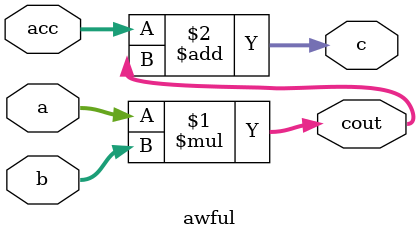
<source format=v>
module awful(a, b, c, cout, acc); 
	input[7:0] a; 
	input[7:0] b; 
	input[7:0] acc; 
	output[15:0] cout; 
	output[15:0] c; 
	assign cout = a*b; 
	assign c = acc +cout; 
endmodule

</source>
